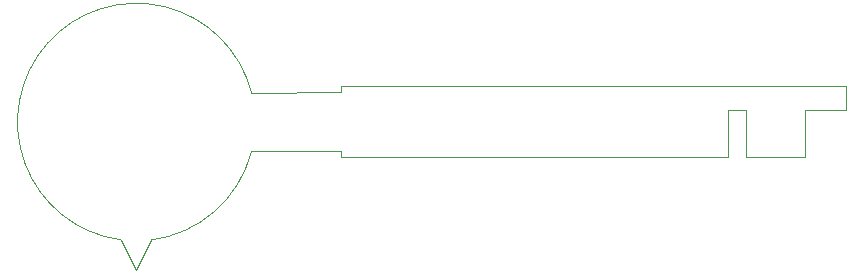
<source format=gbr>
%TF.GenerationSoftware,KiCad,Pcbnew,(6.0.6)*%
%TF.CreationDate,2022-09-17T20:01:25-04:00*%
%TF.ProjectId,Volta_Needle,566f6c74-615f-44e6-9565-646c652e6b69,rev?*%
%TF.SameCoordinates,Original*%
%TF.FileFunction,Profile,NP*%
%FSLAX46Y46*%
G04 Gerber Fmt 4.6, Leading zero omitted, Abs format (unit mm)*
G04 Created by KiCad (PCBNEW (6.0.6)) date 2022-09-17 20:01:25*
%MOMM*%
%LPD*%
G01*
G04 APERTURE LIST*
%TA.AperFunction,Profile*%
%ADD10C,0.100000*%
%TD*%
G04 APERTURE END LIST*
D10*
X167750000Y-83000000D02*
X200500000Y-83000000D01*
X167750000Y-77000000D02*
X210500000Y-77000000D01*
X167750000Y-82500000D02*
X167750000Y-83000000D01*
X160164993Y-82500000D02*
X167750000Y-82500000D01*
X160164994Y-77521705D02*
X167750000Y-77507364D01*
X151636732Y-89994215D02*
G75*
G03*
X160164993Y-82500000I-1216732J9984215D01*
G01*
X160164994Y-77521705D02*
G75*
G03*
X149095000Y-89980000I-9744994J-2488295D01*
G01*
X167750000Y-77000000D02*
X167750000Y-77507364D01*
X149095000Y-89980000D02*
X150365000Y-92520000D01*
X150365000Y-92520000D02*
X151636732Y-89994215D01*
X210500000Y-77000000D02*
X210500000Y-79000000D01*
X208500000Y-79000000D02*
X210500000Y-79000000D01*
X207000000Y-79000000D02*
X208500000Y-79000000D01*
X207000000Y-83000000D02*
X207000000Y-79000000D01*
X202000000Y-83000000D02*
X207000000Y-83000000D01*
X202000000Y-79000000D02*
X200500000Y-79000000D01*
X202000000Y-83000000D02*
X202000000Y-79000000D01*
X200500000Y-79000000D02*
X200500000Y-83000000D01*
M02*

</source>
